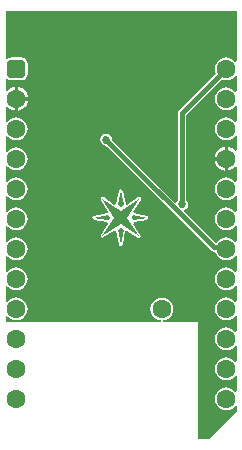
<source format=gbl>
G04*
G04 #@! TF.GenerationSoftware,Altium Limited,Altium Designer,20.1.11 (218)*
G04*
G04 Layer_Physical_Order=2*
G04 Layer_Color=16711680*
%FSAX25Y25*%
%MOIN*%
G70*
G04*
G04 #@! TF.SameCoordinates,33997834-81F2-4769-9C1A-FA938185F8BD*
G04*
G04*
G04 #@! TF.FilePolarity,Positive*
G04*
G01*
G75*
%ADD23C,0.01500*%
%ADD25C,0.06299*%
G04:AMPARAMS|DCode=26|XSize=62.99mil|YSize=62.99mil|CornerRadius=15.75mil|HoleSize=0mil|Usage=FLASHONLY|Rotation=0.000|XOffset=0mil|YOffset=0mil|HoleType=Round|Shape=RoundedRectangle|*
%AMROUNDEDRECTD26*
21,1,0.06299,0.03150,0,0,0.0*
21,1,0.03150,0.06299,0,0,0.0*
1,1,0.03150,0.01575,-0.01575*
1,1,0.03150,-0.01575,-0.01575*
1,1,0.03150,-0.01575,0.01575*
1,1,0.03150,0.01575,0.01575*
%
%ADD26ROUNDEDRECTD26*%
%ADD27C,0.02700*%
G36*
X0083475Y0127478D02*
X0082975Y0127308D01*
X0082678Y0127694D01*
X0081895Y0128295D01*
X0080983Y0128673D01*
X0080004Y0128802D01*
X0079025Y0128673D01*
X0078113Y0128295D01*
X0077330Y0127694D01*
X0076729Y0126911D01*
X0076351Y0125999D01*
X0076222Y0125020D01*
X0076351Y0124041D01*
X0076564Y0123527D01*
X0064287Y0111250D01*
X0063989Y0110803D01*
X0063884Y0110276D01*
Y0081286D01*
X0063854Y0081266D01*
X0063423Y0080621D01*
X0063395Y0080478D01*
X0062916Y0080332D01*
X0041884Y0101365D01*
X0041890Y0101400D01*
X0041739Y0102161D01*
X0041308Y0102806D01*
X0040663Y0103237D01*
X0039902Y0103388D01*
X0039141Y0103237D01*
X0038496Y0102806D01*
X0038065Y0102161D01*
X0037914Y0101400D01*
X0038065Y0100639D01*
X0038496Y0099994D01*
X0039141Y0099563D01*
X0039902Y0099412D01*
X0039937Y0099419D01*
X0074852Y0064504D01*
X0074852Y0064504D01*
X0075298Y0064206D01*
X0075825Y0064101D01*
X0075825Y0064101D01*
X0076343D01*
X0076351Y0064041D01*
X0076729Y0063129D01*
X0077330Y0062346D01*
X0078113Y0061745D01*
X0079025Y0061367D01*
X0080004Y0061238D01*
X0080983Y0061367D01*
X0081895Y0061745D01*
X0082678Y0062346D01*
X0082975Y0062732D01*
X0083475Y0062562D01*
Y0057478D01*
X0082975Y0057308D01*
X0082678Y0057694D01*
X0081895Y0058295D01*
X0080983Y0058673D01*
X0080004Y0058802D01*
X0079025Y0058673D01*
X0078113Y0058295D01*
X0077330Y0057694D01*
X0076729Y0056911D01*
X0076351Y0055999D01*
X0076222Y0055020D01*
X0076351Y0054041D01*
X0076729Y0053129D01*
X0077330Y0052346D01*
X0078113Y0051745D01*
X0079025Y0051367D01*
X0080004Y0051238D01*
X0080983Y0051367D01*
X0081895Y0051745D01*
X0082678Y0052346D01*
X0082975Y0052732D01*
X0083475Y0052562D01*
Y0047478D01*
X0082975Y0047308D01*
X0082678Y0047694D01*
X0081895Y0048295D01*
X0080983Y0048673D01*
X0080004Y0048802D01*
X0079025Y0048673D01*
X0078113Y0048295D01*
X0077330Y0047694D01*
X0076729Y0046911D01*
X0076351Y0045999D01*
X0076222Y0045020D01*
X0076351Y0044041D01*
X0076729Y0043129D01*
X0077330Y0042346D01*
X0078113Y0041745D01*
X0079025Y0041367D01*
X0080004Y0041238D01*
X0080983Y0041367D01*
X0081895Y0041745D01*
X0082678Y0042346D01*
X0082975Y0042732D01*
X0083475Y0042562D01*
Y0037478D01*
X0082975Y0037308D01*
X0082678Y0037694D01*
X0081895Y0038295D01*
X0080983Y0038673D01*
X0080004Y0038802D01*
X0079025Y0038673D01*
X0078113Y0038295D01*
X0077330Y0037694D01*
X0076729Y0036911D01*
X0076351Y0035999D01*
X0076222Y0035020D01*
X0076351Y0034041D01*
X0076729Y0033129D01*
X0077330Y0032346D01*
X0078113Y0031745D01*
X0079025Y0031367D01*
X0080004Y0031238D01*
X0080983Y0031367D01*
X0081895Y0031745D01*
X0082678Y0032346D01*
X0082975Y0032732D01*
X0083475Y0032562D01*
Y0027478D01*
X0082975Y0027308D01*
X0082678Y0027694D01*
X0081895Y0028295D01*
X0080983Y0028673D01*
X0080004Y0028802D01*
X0079025Y0028673D01*
X0078113Y0028295D01*
X0077330Y0027694D01*
X0076729Y0026911D01*
X0076351Y0025999D01*
X0076222Y0025020D01*
X0076351Y0024041D01*
X0076729Y0023129D01*
X0077330Y0022346D01*
X0078113Y0021745D01*
X0079025Y0021367D01*
X0080004Y0021238D01*
X0080983Y0021367D01*
X0081895Y0021745D01*
X0082678Y0022346D01*
X0082975Y0022732D01*
X0083475Y0022562D01*
Y0017478D01*
X0082975Y0017308D01*
X0082678Y0017694D01*
X0081895Y0018295D01*
X0080983Y0018673D01*
X0080004Y0018802D01*
X0079025Y0018673D01*
X0078113Y0018295D01*
X0077330Y0017694D01*
X0076729Y0016911D01*
X0076351Y0015999D01*
X0076222Y0015020D01*
X0076351Y0014041D01*
X0076729Y0013129D01*
X0077330Y0012346D01*
X0078113Y0011745D01*
X0079025Y0011367D01*
X0080004Y0011238D01*
X0080983Y0011367D01*
X0081895Y0011745D01*
X0082678Y0012346D01*
X0082975Y0012732D01*
X0083475Y0012562D01*
Y0010637D01*
X0074366Y0001529D01*
X0070653D01*
X0070653Y0040020D01*
X0070463Y0040479D01*
X0070004Y0040670D01*
X0058923D01*
X0058891Y0041170D01*
X0059479Y0041247D01*
X0060391Y0041625D01*
X0061174Y0042226D01*
X0061775Y0043009D01*
X0062153Y0043921D01*
X0062282Y0044900D01*
X0062153Y0045879D01*
X0061775Y0046791D01*
X0061174Y0047574D01*
X0060391Y0048175D01*
X0059479Y0048553D01*
X0058500Y0048682D01*
X0057521Y0048553D01*
X0056609Y0048175D01*
X0055826Y0047574D01*
X0055225Y0046791D01*
X0054847Y0045879D01*
X0054718Y0044900D01*
X0054847Y0043921D01*
X0055225Y0043009D01*
X0055826Y0042226D01*
X0056609Y0041625D01*
X0057521Y0041247D01*
X0058109Y0041170D01*
X0058077Y0040670D01*
X0006533Y0040670D01*
Y0042562D01*
X0007033Y0042732D01*
X0007330Y0042346D01*
X0008113Y0041745D01*
X0009025Y0041367D01*
X0010004Y0041238D01*
X0010983Y0041367D01*
X0011895Y0041745D01*
X0012678Y0042346D01*
X0013279Y0043129D01*
X0013657Y0044041D01*
X0013786Y0045020D01*
X0013657Y0045999D01*
X0013279Y0046911D01*
X0012678Y0047694D01*
X0011895Y0048295D01*
X0010983Y0048673D01*
X0010004Y0048802D01*
X0009025Y0048673D01*
X0008113Y0048295D01*
X0007330Y0047694D01*
X0007033Y0047308D01*
X0006533Y0047478D01*
Y0052562D01*
X0007033Y0052732D01*
X0007330Y0052346D01*
X0008113Y0051745D01*
X0009025Y0051367D01*
X0010004Y0051238D01*
X0010983Y0051367D01*
X0011895Y0051745D01*
X0012678Y0052346D01*
X0013279Y0053129D01*
X0013657Y0054041D01*
X0013786Y0055020D01*
X0013657Y0055999D01*
X0013279Y0056911D01*
X0012678Y0057694D01*
X0011895Y0058295D01*
X0010983Y0058673D01*
X0010004Y0058802D01*
X0009025Y0058673D01*
X0008113Y0058295D01*
X0007330Y0057694D01*
X0007033Y0057308D01*
X0006533Y0057478D01*
Y0062562D01*
X0007033Y0062732D01*
X0007330Y0062346D01*
X0008113Y0061745D01*
X0009025Y0061367D01*
X0010004Y0061238D01*
X0010983Y0061367D01*
X0011895Y0061745D01*
X0012678Y0062346D01*
X0013279Y0063129D01*
X0013657Y0064041D01*
X0013786Y0065020D01*
X0013657Y0065999D01*
X0013279Y0066911D01*
X0012678Y0067694D01*
X0011895Y0068295D01*
X0010983Y0068673D01*
X0010004Y0068802D01*
X0009025Y0068673D01*
X0008113Y0068295D01*
X0007330Y0067694D01*
X0007033Y0067308D01*
X0006533Y0067478D01*
Y0072562D01*
X0007033Y0072732D01*
X0007330Y0072346D01*
X0008113Y0071745D01*
X0009025Y0071367D01*
X0010004Y0071238D01*
X0010983Y0071367D01*
X0011895Y0071745D01*
X0012678Y0072346D01*
X0013279Y0073129D01*
X0013657Y0074041D01*
X0013786Y0075020D01*
X0013657Y0075999D01*
X0013279Y0076911D01*
X0012678Y0077694D01*
X0011895Y0078295D01*
X0010983Y0078673D01*
X0010004Y0078802D01*
X0009025Y0078673D01*
X0008113Y0078295D01*
X0007330Y0077694D01*
X0007033Y0077308D01*
X0006533Y0077478D01*
Y0082562D01*
X0007033Y0082732D01*
X0007330Y0082346D01*
X0008113Y0081745D01*
X0009025Y0081367D01*
X0010004Y0081238D01*
X0010983Y0081367D01*
X0011895Y0081745D01*
X0012678Y0082346D01*
X0013279Y0083129D01*
X0013657Y0084041D01*
X0013786Y0085020D01*
X0013657Y0085999D01*
X0013279Y0086911D01*
X0012678Y0087694D01*
X0011895Y0088295D01*
X0010983Y0088673D01*
X0010004Y0088802D01*
X0009025Y0088673D01*
X0008113Y0088295D01*
X0007330Y0087694D01*
X0007033Y0087308D01*
X0006533Y0087478D01*
Y0092562D01*
X0007033Y0092732D01*
X0007330Y0092346D01*
X0008113Y0091745D01*
X0009025Y0091367D01*
X0010004Y0091238D01*
X0010983Y0091367D01*
X0011895Y0091745D01*
X0012678Y0092346D01*
X0013279Y0093129D01*
X0013657Y0094041D01*
X0013786Y0095020D01*
X0013657Y0095999D01*
X0013279Y0096911D01*
X0012678Y0097694D01*
X0011895Y0098295D01*
X0010983Y0098673D01*
X0010004Y0098802D01*
X0009025Y0098673D01*
X0008113Y0098295D01*
X0007330Y0097694D01*
X0007033Y0097308D01*
X0006533Y0097478D01*
Y0102562D01*
X0007033Y0102732D01*
X0007330Y0102346D01*
X0008113Y0101745D01*
X0009025Y0101367D01*
X0010004Y0101238D01*
X0010983Y0101367D01*
X0011895Y0101745D01*
X0012678Y0102346D01*
X0013279Y0103129D01*
X0013657Y0104041D01*
X0013786Y0105020D01*
X0013657Y0105999D01*
X0013279Y0106911D01*
X0012678Y0107694D01*
X0011895Y0108295D01*
X0010983Y0108673D01*
X0010004Y0108802D01*
X0009025Y0108673D01*
X0008113Y0108295D01*
X0007330Y0107694D01*
X0007033Y0107308D01*
X0006533Y0107478D01*
Y0112234D01*
X0007033Y0112404D01*
X0007187Y0112203D01*
X0008012Y0111570D01*
X0008973Y0111172D01*
X0009404Y0111115D01*
Y0115020D01*
Y0118925D01*
X0008973Y0118868D01*
X0008012Y0118470D01*
X0007187Y0117837D01*
X0007033Y0117637D01*
X0006533Y0117806D01*
Y0121537D01*
X0007033Y0121762D01*
X0007581Y0121397D01*
X0008429Y0121228D01*
X0011579D01*
X0012427Y0121397D01*
X0013147Y0121877D01*
X0013627Y0122597D01*
X0013796Y0123445D01*
Y0126595D01*
X0013627Y0127443D01*
X0013147Y0128163D01*
X0012427Y0128644D01*
X0011579Y0128812D01*
X0008429D01*
X0007581Y0128644D01*
X0007033Y0128278D01*
X0006533Y0128504D01*
Y0144298D01*
X0083475D01*
Y0127478D01*
D02*
G37*
G36*
Y0122562D02*
Y0117478D01*
X0082975Y0117308D01*
X0082678Y0117694D01*
X0081895Y0118295D01*
X0080983Y0118673D01*
X0080004Y0118802D01*
X0079025Y0118673D01*
X0078113Y0118295D01*
X0077330Y0117694D01*
X0076729Y0116911D01*
X0076351Y0115999D01*
X0076222Y0115020D01*
X0076351Y0114041D01*
X0076729Y0113129D01*
X0077330Y0112346D01*
X0078113Y0111745D01*
X0079025Y0111367D01*
X0080004Y0111238D01*
X0080983Y0111367D01*
X0081895Y0111745D01*
X0082678Y0112346D01*
X0082975Y0112732D01*
X0083475Y0112562D01*
Y0107478D01*
X0082975Y0107308D01*
X0082678Y0107694D01*
X0081895Y0108295D01*
X0080983Y0108673D01*
X0080004Y0108802D01*
X0079025Y0108673D01*
X0078113Y0108295D01*
X0077330Y0107694D01*
X0076729Y0106911D01*
X0076351Y0105999D01*
X0076222Y0105020D01*
X0076351Y0104041D01*
X0076729Y0103129D01*
X0077330Y0102346D01*
X0078113Y0101745D01*
X0079025Y0101367D01*
X0080004Y0101238D01*
X0080983Y0101367D01*
X0081895Y0101745D01*
X0082678Y0102346D01*
X0082975Y0102732D01*
X0083475Y0102562D01*
Y0097806D01*
X0082975Y0097636D01*
X0082821Y0097837D01*
X0081996Y0098470D01*
X0081035Y0098868D01*
X0080604Y0098925D01*
Y0095020D01*
Y0091115D01*
X0081035Y0091172D01*
X0081996Y0091570D01*
X0082821Y0092203D01*
X0082975Y0092404D01*
X0083475Y0092234D01*
Y0087478D01*
X0082975Y0087308D01*
X0082678Y0087694D01*
X0081895Y0088295D01*
X0080983Y0088673D01*
X0080004Y0088802D01*
X0079025Y0088673D01*
X0078113Y0088295D01*
X0077330Y0087694D01*
X0076729Y0086911D01*
X0076351Y0085999D01*
X0076222Y0085020D01*
X0076351Y0084041D01*
X0076729Y0083129D01*
X0077330Y0082346D01*
X0078113Y0081745D01*
X0079025Y0081367D01*
X0080004Y0081238D01*
X0080983Y0081367D01*
X0081895Y0081745D01*
X0082678Y0082346D01*
X0082975Y0082732D01*
X0083475Y0082562D01*
Y0077478D01*
X0082975Y0077308D01*
X0082678Y0077694D01*
X0081895Y0078295D01*
X0080983Y0078673D01*
X0080004Y0078802D01*
X0079025Y0078673D01*
X0078113Y0078295D01*
X0077330Y0077694D01*
X0076729Y0076911D01*
X0076351Y0075999D01*
X0076222Y0075020D01*
X0076351Y0074041D01*
X0076729Y0073129D01*
X0077330Y0072346D01*
X0078113Y0071745D01*
X0079025Y0071367D01*
X0080004Y0071238D01*
X0080983Y0071367D01*
X0081895Y0071745D01*
X0082678Y0072346D01*
X0082975Y0072732D01*
X0083475Y0072562D01*
Y0067478D01*
X0082975Y0067308D01*
X0082678Y0067694D01*
X0081895Y0068295D01*
X0080983Y0068673D01*
X0080004Y0068802D01*
X0079025Y0068673D01*
X0078113Y0068295D01*
X0077330Y0067694D01*
X0076821Y0067032D01*
X0076341Y0066987D01*
X0076243Y0067006D01*
X0065732Y0077516D01*
X0065878Y0077995D01*
X0066021Y0078023D01*
X0066666Y0078454D01*
X0067097Y0079100D01*
X0067248Y0079860D01*
X0067097Y0080621D01*
X0066666Y0081266D01*
X0066637Y0081286D01*
Y0109706D01*
X0078511Y0121580D01*
X0079025Y0121367D01*
X0080004Y0121238D01*
X0080983Y0121367D01*
X0081895Y0121745D01*
X0082678Y0122346D01*
X0082975Y0122732D01*
X0083475Y0122562D01*
D02*
G37*
%LPC*%
G36*
X0010604Y0118925D02*
Y0115620D01*
X0013909D01*
X0013852Y0116051D01*
X0013454Y0117012D01*
X0012821Y0117837D01*
X0011996Y0118470D01*
X0011035Y0118868D01*
X0010604Y0118925D01*
D02*
G37*
G36*
X0013909Y0114420D02*
X0010604D01*
Y0111115D01*
X0011035Y0111172D01*
X0011996Y0111570D01*
X0012821Y0112203D01*
X0013454Y0113028D01*
X0013852Y0113989D01*
X0013909Y0114420D01*
D02*
G37*
G36*
X0044944Y0084833D02*
X0044800Y0084809D01*
X0044656Y0084833D01*
X0044565Y0084768D01*
X0044454Y0084750D01*
X0044453Y0084748D01*
X0044370Y0084631D01*
X0044250Y0084546D01*
X0044250Y0084544D01*
X0044232Y0084435D01*
X0044167Y0084344D01*
X0043187Y0080032D01*
X0042897Y0079839D01*
X0042726Y0079773D01*
X0042677Y0079769D01*
X0039056Y0082143D01*
X0038944Y0082164D01*
X0038852Y0082231D01*
X0038709Y0082209D01*
X0038568Y0082236D01*
X0038473Y0082172D01*
X0038361Y0082154D01*
X0038276Y0082037D01*
X0038157Y0081956D01*
X0038136Y0081844D01*
X0038069Y0081752D01*
X0038091Y0081609D01*
X0038064Y0081468D01*
X0038128Y0081373D01*
X0038146Y0081261D01*
X0040504Y0077414D01*
X0040502Y0077384D01*
X0040238Y0076891D01*
X0035875Y0076037D01*
X0035766Y0075965D01*
X0035638Y0075939D01*
X0035567Y0075833D01*
X0035464Y0075764D01*
X0035461Y0075762D01*
X0035435Y0075634D01*
X0035364Y0075527D01*
X0035363Y0075525D01*
X0035388Y0075400D01*
X0035363Y0075275D01*
X0035364Y0075273D01*
X0035435Y0075166D01*
X0035461Y0075037D01*
X0035462Y0075037D01*
X0035567Y0074967D01*
X0035638Y0074861D01*
X0035766Y0074835D01*
X0035875Y0074763D01*
X0040200Y0073917D01*
X0040457Y0073388D01*
X0038151Y0069748D01*
X0038132Y0069638D01*
X0038067Y0069547D01*
X0038091Y0069402D01*
X0038066Y0069258D01*
X0038131Y0069167D01*
X0038148Y0069059D01*
X0038149Y0069057D01*
X0038268Y0068971D01*
X0038353Y0068851D01*
X0038462Y0068832D01*
X0038553Y0068767D01*
X0038555Y0068768D01*
X0038698Y0068791D01*
X0038842Y0068766D01*
X0038933Y0068831D01*
X0039043Y0068849D01*
X0042681Y0071115D01*
X0042754Y0071107D01*
X0043210Y0070855D01*
X0044165Y0066462D01*
X0044233Y0066365D01*
X0044253Y0066252D01*
X0044254Y0066249D01*
X0044369Y0066169D01*
X0044447Y0066056D01*
X0044449Y0066054D01*
X0044565Y0066033D01*
X0044662Y0065965D01*
X0044800Y0065990D01*
X0044938Y0065965D01*
X0045035Y0066033D01*
X0045151Y0066054D01*
X0045153Y0066056D01*
X0045231Y0066169D01*
X0045346Y0066249D01*
X0045347Y0066252D01*
X0045367Y0066365D01*
X0045435Y0066462D01*
X0046378Y0070803D01*
X0046903Y0071056D01*
X0046906Y0071056D01*
X0050446Y0068756D01*
X0050559Y0068734D01*
X0050653Y0068667D01*
X0050794Y0068691D01*
X0050932Y0068665D01*
X0050935Y0068665D01*
X0051030Y0068730D01*
X0051140Y0068748D01*
X0051143Y0068749D01*
X0051227Y0068865D01*
X0051345Y0068946D01*
X0051345Y0068948D01*
X0051366Y0069059D01*
X0051433Y0069153D01*
X0051432Y0069155D01*
X0051409Y0069294D01*
X0051435Y0069435D01*
X0051370Y0069530D01*
X0051351Y0069643D01*
X0049027Y0073374D01*
X0049056Y0073511D01*
X0049291Y0073897D01*
X0053530Y0074764D01*
X0053634Y0074834D01*
X0053758Y0074858D01*
X0053832Y0074968D01*
X0053939Y0075041D01*
X0053942Y0075042D01*
X0053966Y0075166D01*
X0054036Y0075270D01*
X0054011Y0075400D01*
X0054036Y0075530D01*
X0053966Y0075634D01*
X0053942Y0075758D01*
X0053832Y0075832D01*
X0053758Y0075942D01*
X0053756Y0075942D01*
X0053634Y0075966D01*
X0053530Y0076036D01*
X0049313Y0076899D01*
X0049070Y0077320D01*
X0049054Y0077423D01*
X0051548Y0081352D01*
X0051569Y0081471D01*
X0051636Y0081570D01*
X0051610Y0081706D01*
X0051633Y0081839D01*
X0051634Y0081841D01*
X0051565Y0081940D01*
X0051542Y0082058D01*
X0051428Y0082135D01*
X0051348Y0082248D01*
X0051346Y0082249D01*
X0051230Y0082269D01*
X0051130Y0082336D01*
X0050994Y0082310D01*
X0050858Y0082334D01*
X0050760Y0082265D01*
X0050642Y0082242D01*
X0046926Y0079784D01*
X0046877Y0079787D01*
X0046719Y0079843D01*
X0046411Y0080043D01*
X0045433Y0084344D01*
X0045368Y0084435D01*
X0045350Y0084546D01*
X0045230Y0084630D01*
X0045148Y0084747D01*
X0045146Y0084750D01*
X0045035Y0084768D01*
X0044946Y0084832D01*
X0044944Y0084833D01*
D02*
G37*
%LPD*%
G36*
X0045800Y0079800D02*
X0044800Y0079100D01*
X0043800Y0079800D01*
X0044800Y0084200D01*
X0045800Y0079800D01*
D02*
G37*
G36*
X0047000Y0075400D02*
X0050800Y0069300D01*
X0044800Y0073200D01*
X0038700Y0069400D01*
X0042500Y0075400D01*
X0038700Y0081600D01*
X0044800Y0077600D01*
X0051000Y0081700D01*
X0047000Y0075400D01*
D02*
G37*
G36*
X0053400D02*
X0049000Y0074500D01*
X0048400Y0075400D01*
X0049000Y0076300D01*
X0053400Y0075400D01*
D02*
G37*
G36*
X0041200D02*
X0040600Y0074500D01*
X0036000Y0075400D01*
X0040600Y0076300D01*
X0041200Y0075400D01*
D02*
G37*
G36*
X0045800Y0071200D02*
X0044800Y0066600D01*
X0043800Y0071200D01*
X0044800Y0071800D01*
X0045800Y0071200D01*
D02*
G37*
%LPC*%
G36*
X0079404Y0098925D02*
X0078973Y0098868D01*
X0078012Y0098470D01*
X0077187Y0097837D01*
X0076554Y0097012D01*
X0076156Y0096051D01*
X0076099Y0095620D01*
X0079404D01*
Y0098925D01*
D02*
G37*
G36*
Y0094420D02*
X0076099D01*
X0076156Y0093989D01*
X0076554Y0093028D01*
X0077187Y0092203D01*
X0078012Y0091570D01*
X0078973Y0091172D01*
X0079404Y0091115D01*
Y0094420D01*
D02*
G37*
%LPD*%
D23*
X0065260Y0110276D02*
X0080004Y0125020D01*
X0065260Y0079860D02*
Y0110276D01*
X0039902Y0101400D02*
X0039902D01*
X0079547Y0065477D02*
X0080004Y0065020D01*
X0075825Y0065477D02*
X0079547D01*
X0039902Y0101400D02*
X0075825Y0065477D01*
D25*
X0058500Y0044900D02*
D03*
X0010004Y0115020D02*
D03*
Y0105020D02*
D03*
Y0095020D02*
D03*
Y0085020D02*
D03*
Y0075020D02*
D03*
Y0065020D02*
D03*
Y0055020D02*
D03*
Y0045020D02*
D03*
Y0035020D02*
D03*
Y0025020D02*
D03*
Y0015020D02*
D03*
X0080004D02*
D03*
Y0025020D02*
D03*
Y0035020D02*
D03*
Y0045020D02*
D03*
Y0055020D02*
D03*
Y0065020D02*
D03*
Y0075020D02*
D03*
Y0085020D02*
D03*
Y0095020D02*
D03*
Y0105020D02*
D03*
Y0115020D02*
D03*
Y0125020D02*
D03*
D26*
X0010004D02*
D03*
D27*
X0076900Y0070100D02*
D03*
X0077400Y0040000D02*
D03*
X0077000Y0080000D02*
D03*
X0065260Y0079860D02*
D03*
X0039902Y0101400D02*
D03*
X0035000Y0098500D02*
D03*
X0062500Y0070500D02*
D03*
X0061500Y0099500D02*
D03*
X0017400Y0100000D02*
D03*
X0072200Y0134100D02*
D03*
M02*

</source>
